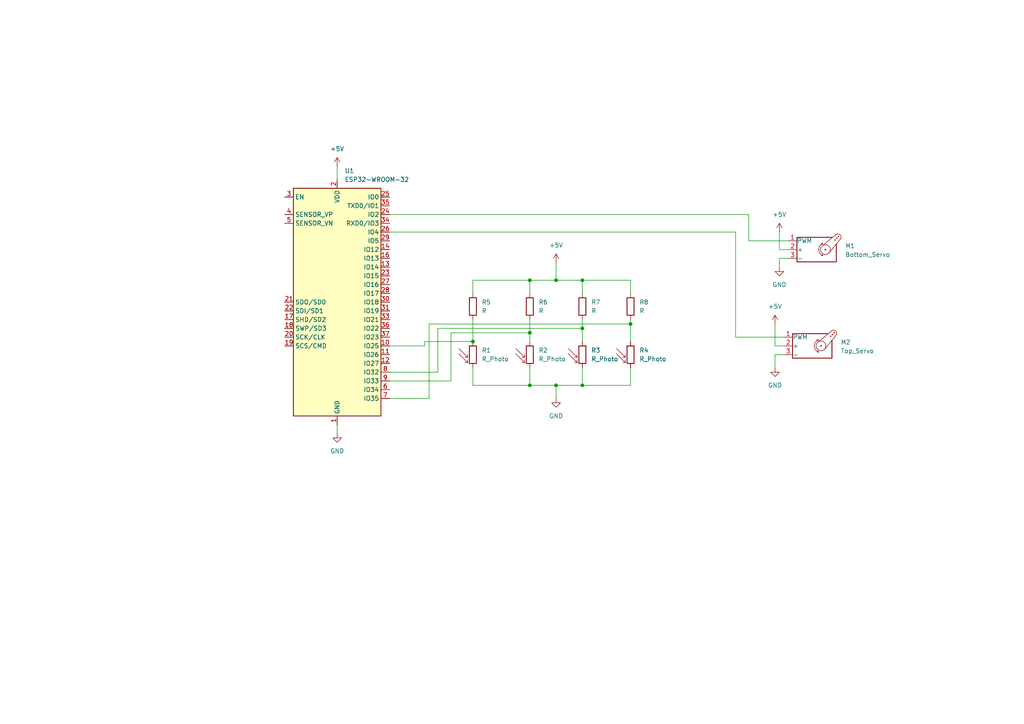
<source format=kicad_sch>
(kicad_sch (version 20230121) (generator eeschema)
  (paper "A4")
  (title_block (title "Schematic of Smart Solar Panel"))
  (lib_symbols
    (symbol "Device:R" (pin_numbers hide) (pin_names (offset 0))
      (property "Reference" "R" (at 2.032 0 90))
      (property "Value" "R" (at 0 0 90))
      (symbol "R_0_1"
        (rectangle (start -1.016 -2.54) (end 1.016 2.54) (stroke (width 0.254)))
      )
      (symbol "R_1_1"
        (pin passive line (at 0 3.81 270) (length 1.27) (name "~") (number "1"))
        (pin passive line (at 0 -3.81 90) (length 1.27) (name "~") (number "2"))
      )
    )
    (symbol "Device:R_Photo" (pin_numbers hide) (pin_names (offset 0))
      (property "Reference" "R" (at 1.27 1.27 0))
      (property "Value" "R_Photo" (at 1.27 0 0))
      (symbol "R_Photo_0_1"
        (rectangle (start -1.016 2.54) (end 1.016 -2.54) (stroke (width 0.254)))
        (polyline (pts (xy -1.524 -2.286) (xy -4.064 0.254)))
        (polyline (pts (xy -1.524 -2.286) (xy -2.286 -2.286)))
        (polyline (pts (xy -1.524 -2.286) (xy -1.524 -1.524)))
        (polyline (pts (xy -1.524 -0.762) (xy -4.064 1.778)))
        (polyline (pts (xy -1.524 -0.762) (xy -2.286 -0.762)))
        (polyline (pts (xy -1.524 -0.762) (xy -1.524 0)))
      )
      (symbol "R_Photo_1_1"
        (pin passive line (at 0 3.81 270) (length 1.27) (name "~") (number "1"))
        (pin passive line (at 0 -3.81 90) (length 1.27) (name "~") (number "2"))
      )
    )
    (symbol "Motor:Motor_Servo" (pin_names (offset 0.0254))
      (property "Reference" "M" (at -5.08 4.445 0))
      (property "Value" "Motor_Servo" (at -5.08 -4.064 0))
      (symbol "Motor_Servo_0_1"
        (polyline (pts (xy 2.413 -1.778) (xy 2.032 -1.778)))
        (polyline (pts (xy 2.413 -1.778) (xy 2.286 -1.397)))
        (polyline (pts (xy 2.413 1.778) (xy 1.905 1.778)))
        (polyline (pts (xy 2.413 1.778) (xy 2.286 1.397)))
        (polyline (pts (xy 6.35 4.445) (xy 2.54 1.27)))
        (polyline (pts (xy 7.62 3.175) (xy 4.191 -1.016)))
        (polyline (pts (xy 5.08 3.556) (xy -5.08 3.556) (xy -5.08 -3.556) (xy 6.35 -3.556) (xy 6.35 1.524)) (stroke (width 0.254)))
        (arc (start 2.413 1.778) (mid 1.2406 0) (end 2.413 -1.778))
        (circle (center 3.175 0) (radius 0.1778))
        (circle (center 3.175 0) (radius 1.4224))
        (circle (center 5.969 2.794) (radius 0.127))
        (circle (center 6.477 3.302) (radius 0.127))
        (circle (center 6.985 3.81) (radius 0.127))
        (arc (start 7.62 3.175) (mid 7.4485 4.2735) (end 6.35 4.445))
      )
      (symbol "Motor_Servo_1_1"
        (pin passive line (at -7.62 2.54 0) (length 2.54) (name "PWM") (number "1"))
        (pin passive line (at -7.62 0 0) (length 2.54) (name "+") (number "2"))
        (pin passive line (at -7.62 -2.54 0) (length 2.54) (name "-") (number "3"))
      )
    )
    (symbol "RF_Module:ESP32-WROOM-32"
      (property "Reference" "U" (at -12.7 34.29 0))
      (property "Value" "ESP32-WROOM-32" (at 1.27 34.29 0))
      (symbol "ESP32-WROOM-32_0_1"
        (rectangle (start -12.7 33.02) (end 12.7 -33.02) (stroke (width 0.254)) (fill (type background)))
      )
      (symbol "ESP32-WROOM-32_1_1"
        (pin power_in line (at 0 -35.56 90) (length 2.54) (name "GND") (number "1"))
        (pin bidirectional line (at 15.24 -12.7 180) (length 2.54) (name "IO25") (number "10"))
        (pin bidirectional line (at 15.24 -15.24 180) (length 2.54) (name "IO26") (number "11"))
        (pin bidirectional line (at 15.24 -17.78 180) (length 2.54) (name "IO27") (number "12"))
        (pin bidirectional line (at 15.24 10.16 180) (length 2.54) (name "IO14") (number "13"))
        (pin bidirectional line (at 15.24 15.24 180) (length 2.54) (name "IO12") (number "14"))
        (pin passive line (at 0 -35.56 90) (length 2.54) hide (name "GND") (number "15"))
        (pin bidirectional line (at 15.24 12.7 180) (length 2.54) (name "IO13") (number "16"))
        (pin bidirectional line (at -15.24 -5.08 0) (length 2.54) (name "SHD/SD2") (number "17"))
        (pin bidirectional line (at -15.24 -7.62 0) (length 2.54) (name "SWP/SD3") (number "18"))
        (pin bidirectional line (at -15.24 -12.7 0) (length 2.54) (name "SCS/CMD") (number "19"))
        (pin power_in line (at 0 35.56 270) (length 2.54) (name "VDD") (number "2"))
        (pin bidirectional line (at -15.24 -10.16 0) (length 2.54) (name "SCK/CLK") (number "20"))
        (pin bidirectional line (at -15.24 0 0) (length 2.54) (name "SDO/SD0") (number "21"))
        (pin bidirectional line (at -15.24 -2.54 0) (length 2.54) (name "SDI/SD1") (number "22"))
        (pin bidirectional line (at 15.24 7.62 180) (length 2.54) (name "IO15") (number "23"))
        (pin bidirectional line (at 15.24 25.4 180) (length 2.54) (name "IO2") (number "24"))
        (pin bidirectional line (at 15.24 30.48 180) (length 2.54) (name "IO0") (number "25"))
        (pin bidirectional line (at 15.24 20.32 180) (length 2.54) (name "IO4") (number "26"))
        (pin bidirectional line (at 15.24 5.08 180) (length 2.54) (name "IO16") (number "27"))
        (pin bidirectional line (at 15.24 2.54 180) (length 2.54) (name "IO17") (number "28"))
        (pin bidirectional line (at 15.24 17.78 180) (length 2.54) (name "IO5") (number "29"))
        (pin input line (at -15.24 30.48 0) (length 2.54) (name "EN") (number "3"))
        (pin bidirectional line (at 15.24 0 180) (length 2.54) (name "IO18") (number "30"))
        (pin bidirectional line (at 15.24 -2.54 180) (length 2.54) (name "IO19") (number "31"))
        (pin no_connect line (at -12.7 -27.94 0) (length 2.54) hide (name "NC") (number "32"))
        (pin bidirectional line (at 15.24 -5.08 180) (length 2.54) (name "IO21") (number "33"))
        (pin bidirectional line (at 15.24 22.86 180) (length 2.54) (name "RXD0/IO3") (number "34"))
        (pin bidirectional line (at 15.24 27.94 180) (length 2.54) (name "TXD0/IO1") (number "35"))
        (pin bidirectional line (at 15.24 -7.62 180) (length 2.54) (name "IO22") (number "36"))
        (pin bidirectional line (at 15.24 -10.16 180) (length 2.54) (name "IO23") (number "37"))
        (pin passive line (at 0 -35.56 90) (length 2.54) hide (name "GND") (number "38"))
        (pin passive line (at 0 -35.56 90) (length 2.54) hide (name "GND") (number "39"))
        (pin input line (at -15.24 25.4 0) (length 2.54) (name "SENSOR_VP") (number "4"))
        (pin input line (at -15.24 22.86 0) (length 2.54) (name "SENSOR_VN") (number "5"))
        (pin input line (at 15.24 -25.4 180) (length 2.54) (name "IO34") (number "6"))
        (pin input line (at 15.24 -27.94 180) (length 2.54) (name "IO35") (number "7"))
        (pin bidirectional line (at 15.24 -20.32 180) (length 2.54) (name "IO32") (number "8"))
        (pin bidirectional line (at 15.24 -22.86 180) (length 2.54) (name "IO33") (number "9"))
      )
    )
    (symbol "power:+5V" (power) (pin_names (offset 0))
      (property "Value" "+5V" (at 0 3.556 0))
      (symbol "+5V_0_1"
        (polyline (pts (xy -0.762 1.27) (xy 0 2.54)))
        (polyline (pts (xy 0 0) (xy 0 2.54)))
        (polyline (pts (xy 0 2.54) (xy 0.762 1.27)))
      )
      (symbol "+5V_1_1"
        (pin power_in line (at 0 0 90) (length 0) hide (name "+5V") (number "1"))
      )
    )
    (symbol "power:GND" (power) (pin_names (offset 0))
      (property "Value" "GND" (at 0 -3.81 0))
      (symbol "GND_0_1"
        (polyline (pts (xy 0 0) (xy 0 -1.27) (xy 1.27 -1.27) (xy 0 -2.54) (xy -1.27 -1.27) (xy 0 -1.27)))
      )
      (symbol "GND_1_1"
        (pin power_in line (at 0 0 270) (length 0) hide (name "GND") (number "1"))
      )
    )
  )
  (junction (at 168.91 95.25))
  (junction (at 153.67 96.52))
  (junction (at 161.29 81.28))
  (junction (at 161.29 111.76))
  (junction (at 153.67 111.76))
  (junction (at 153.67 81.28))
  (junction (at 168.91 81.28))
  (junction (at 137.16 99.06))
  (junction (at 168.91 111.76))
  (junction (at 182.88 93.98))
  (wire (pts (xy 153.67 111.76) (xy 161.29 111.76)))
  (wire (pts (xy 153.67 81.28) (xy 153.67 85.09)))
  (wire (pts (xy 123.19 100.33) (xy 123.19 99.06)))
  (wire (pts (xy 168.91 95.25) (xy 168.91 99.06)))
  (wire (pts (xy 161.29 81.28) (xy 168.91 81.28)))
  (wire (pts (xy 224.79 102.87) (xy 224.79 106.68)))
  (wire (pts (xy 97.79 123.19) (xy 97.79 125.73)))
  (wire (pts (xy 137.16 111.76) (xy 153.67 111.76)))
  (wire (pts (xy 217.17 69.85) (xy 228.6 69.85)))
  (wire (pts (xy 224.79 93.98) (xy 224.79 100.33)))
  (wire (pts (xy 130.81 96.52) (xy 153.67 96.52)))
  (wire (pts (xy 137.16 92.71) (xy 137.16 99.06)))
  (wire (pts (xy 161.29 111.76) (xy 168.91 111.76)))
  (wire (pts (xy 113.03 67.31) (xy 213.36 67.31)))
  (wire (pts (xy 168.91 92.71) (xy 168.91 95.25)))
  (wire (pts (xy 113.03 115.57) (xy 124.46 115.57)))
  (wire (pts (xy 228.6 74.93) (xy 226.06 74.93)))
  (wire (pts (xy 182.88 92.71) (xy 182.88 93.98)))
  (wire (pts (xy 137.16 85.09) (xy 137.16 81.28)))
  (wire (pts (xy 168.91 81.28) (xy 168.91 85.09)))
  (wire (pts (xy 168.91 111.76) (xy 182.88 111.76)))
  (wire (pts (xy 127 107.95) (xy 127 95.25)))
  (wire (pts (xy 161.29 111.76) (xy 161.29 115.57)))
  (wire (pts (xy 161.29 76.2) (xy 161.29 81.28)))
  (wire (pts (xy 137.16 106.68) (xy 137.16 111.76)))
  (wire (pts (xy 226.06 67.31) (xy 226.06 72.39)))
  (wire (pts (xy 113.03 110.49) (xy 130.81 110.49)))
  (wire (pts (xy 182.88 81.28) (xy 168.91 81.28)))
  (wire (pts (xy 130.81 110.49) (xy 130.81 96.52)))
  (wire (pts (xy 153.67 96.52) (xy 153.67 99.06)))
  (wire (pts (xy 227.33 102.87) (xy 224.79 102.87)))
  (wire (pts (xy 213.36 67.31) (xy 213.36 97.79)))
  (wire (pts (xy 123.19 99.06) (xy 137.16 99.06)))
  (wire (pts (xy 113.03 107.95) (xy 127 107.95)))
  (wire (pts (xy 182.88 106.68) (xy 182.88 111.76)))
  (wire (pts (xy 168.91 106.68) (xy 168.91 111.76)))
  (wire (pts (xy 182.88 85.09) (xy 182.88 81.28)))
  (wire (pts (xy 97.79 48.26) (xy 97.79 52.07)))
  (wire (pts (xy 224.79 100.33) (xy 227.33 100.33)))
  (wire (pts (xy 124.46 93.98) (xy 182.88 93.98)))
  (wire (pts (xy 161.29 81.28) (xy 153.67 81.28)))
  (wire (pts (xy 124.46 115.57) (xy 124.46 93.98)))
  (wire (pts (xy 137.16 81.28) (xy 153.67 81.28)))
  (wire (pts (xy 113.03 62.23) (xy 217.17 62.23)))
  (wire (pts (xy 113.03 100.33) (xy 123.19 100.33)))
  (wire (pts (xy 127 95.25) (xy 168.91 95.25)))
  (wire (pts (xy 226.06 72.39) (xy 228.6 72.39)))
  (wire (pts (xy 217.17 62.23) (xy 217.17 69.85)))
  (wire (pts (xy 226.06 74.93) (xy 226.06 77.47)))
  (wire (pts (xy 182.88 93.98) (xy 182.88 99.06)))
  (wire (pts (xy 153.67 92.71) (xy 153.67 96.52)))
  (wire (pts (xy 153.67 106.68) (xy 153.67 111.76)))
  (wire (pts (xy 213.36 97.79) (xy 227.33 97.79)))
  (symbol (lib_id "power:+5V") (at 226.06 67.31 0) (unit 1)
    (property "Reference" "#PWR08" (effects hide))
    (property "Value" "+5V" (at 226.06 62.23 0))
  )
  (symbol (lib_id "power:GND") (at 226.06 77.47 0) (unit 1)
    (property "Reference" "#PWR06" (effects hide))
    (property "Value" "GND" (at 226.06 82.55 0))
  )
  (symbol (lib_id "power:+5V") (at 224.79 93.98 0) (unit 1)
    (property "Reference" "#PWR07" (effects hide))
    (property "Value" "+5V" (at 224.79 88.9 0))
  )
  (symbol (lib_id "power:GND") (at 97.79 125.73 0) (unit 1)
    (property "Reference" "#PWR04" (effects hide))
    (property "Value" "GND" (at 97.79 130.81 0))
  )
  (symbol (lib_id "power:GND") (at 161.29 115.57 0) (unit 1)
    (property "Reference" "#PWR01" (effects hide))
    (property "Value" "GND" (at 161.29 120.65 0))
  )
  (symbol (lib_id "Device:R_Photo") (at 153.67 102.87 0) (unit 1)
    (property "Reference" "R2" (at 156.21 101.6 0) (effects (justify left)))
    (property "Value" "R_Photo" (at 156.21 104.14 0) (effects (justify left)))
  )
  (symbol (lib_id "Device:R_Photo") (at 168.91 102.87 0) (unit 1)
    (property "Reference" "R3" (at 171.45 101.6 0) (effects (justify left)))
    (property "Value" "R_Photo" (at 171.45 104.14 0) (effects (justify left)))
  )
  (symbol (lib_id "power:+5V") (at 161.29 76.2 0) (unit 1)
    (property "Reference" "#PWR02" (effects hide))
    (property "Value" "+5V" (at 161.29 71.12 0))
  )
  (symbol (lib_id "Device:R") (at 137.16 88.9 0) (unit 1)
    (property "Reference" "R5" (at 139.7 87.63 0) (effects (justify left)))
    (property "Value" "R" (at 139.7 90.17 0) (effects (justify left)))
  )
  (symbol (lib_id "Device:R_Photo") (at 137.16 102.87 0) (unit 1)
    (property "Reference" "R1" (at 139.7 101.6 0) (effects (justify left)))
    (property "Value" "R_Photo" (at 139.7 104.14 0) (effects (justify left)))
  )
  (symbol (lib_id "Device:R") (at 153.67 88.9 0) (unit 1)
    (property "Reference" "R6" (at 156.21 87.63 0) (effects (justify left)))
    (property "Value" "R" (at 156.21 90.17 0) (effects (justify left)))
  )
  (symbol (lib_id "Device:R") (at 182.88 88.9 0) (unit 1)
    (property "Reference" "R8" (at 185.42 87.63 0) (effects (justify left)))
    (property "Value" "R" (at 185.42 90.17 0) (effects (justify left)))
  )
  (symbol (lib_id "Motor:Motor_Servo") (at 236.22 72.39 0) (unit 1)
    (property "Reference" "M1" (at 245.11 71.3216 0) (effects (justify left)))
    (property "Value" "Bottom_Servo" (at 245.11 73.8616 0) (effects (justify left)))
    (property "Datasheet" "http://forums.parallax.com/uploads/attachments/46831/74481.png" (effects hide))
  )
  (symbol (lib_id "power:GND") (at 224.79 106.68 0) (unit 1)
    (property "Reference" "#PWR05" (effects hide))
    (property "Value" "GND" (at 224.79 111.76 0))
  )
  (symbol (lib_id "RF_Module:ESP32-WROOM-32") (at 97.79 87.63 0) (unit 1)
    (property "Reference" "U1" (at 99.9841 49.53 0) (effects (justify left)))
    (property "Value" "ESP32-WROOM-32" (at 99.9841 52.07 0) (effects (justify left)))
    (property "Footprint" "RF_Module:ESP32-WROOM-32" (effects hide))
    (property "Datasheet" "https://www.espressif.com/sites/default/files/documentation/esp32-wroom-32_datasheet_en.pdf" (effects hide))
  )
  (symbol (lib_id "Device:R") (at 168.91 88.9 0) (unit 1)
    (property "Reference" "R7" (at 171.45 87.63 0) (effects (justify left)))
    (property "Value" "R" (at 171.45 90.17 0) (effects (justify left)))
  )
  (symbol (lib_id "Motor:Motor_Servo") (at 234.95 100.33 0) (unit 1)
    (property "Reference" "M2" (at 243.84 99.2616 0) (effects (justify left)))
    (property "Value" "Top_Servo" (at 243.84 101.8016 0) (effects (justify left)))
    (property "Datasheet" "http://forums.parallax.com/uploads/attachments/46831/74481.png" (effects hide))
  )
  (symbol (lib_id "power:+5V") (at 97.79 48.26 0) (unit 1)
    (property "Reference" "#PWR03" (effects hide))
    (property "Value" "+5V" (at 97.79 43.18 0))
  )
  (symbol (lib_id "Device:R_Photo") (at 182.88 102.87 0) (unit 1)
    (property "Reference" "R4" (at 185.42 101.6 0) (effects (justify left)))
    (property "Value" "R_Photo" (at 185.42 104.14 0) (effects (justify left)))
  )
)
</source>
